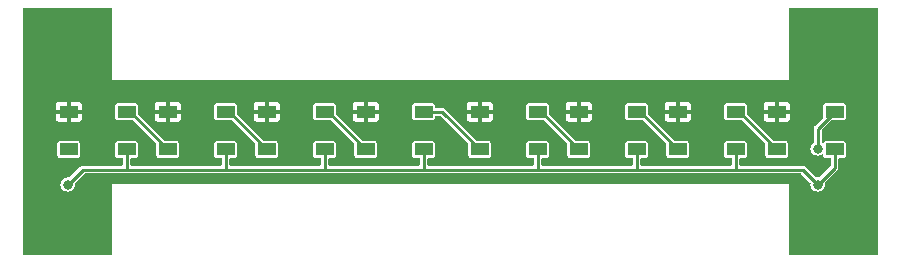
<source format=gbr>
%TF.GenerationSoftware,KiCad,Pcbnew,(6.0.7-1)-1*%
%TF.CreationDate,2022-08-05T13:03:48-05:00*%
%TF.ProjectId,Adafruit NeoPixel 8 Stick,41646166-7275-4697-9420-4e656f506978,rev?*%
%TF.SameCoordinates,Original*%
%TF.FileFunction,Copper,L1,Top*%
%TF.FilePolarity,Positive*%
%FSLAX46Y46*%
G04 Gerber Fmt 4.6, Leading zero omitted, Abs format (unit mm)*
G04 Created by KiCad (PCBNEW (6.0.7-1)-1) date 2022-08-05 13:03:48*
%MOMM*%
%LPD*%
G01*
G04 APERTURE LIST*
%TA.AperFunction,SMDPad,CuDef*%
%ADD10R,1.500000X1.000000*%
%TD*%
%TA.AperFunction,ViaPad*%
%ADD11C,0.800000*%
%TD*%
%TA.AperFunction,Conductor*%
%ADD12C,0.250000*%
%TD*%
G04 APERTURE END LIST*
D10*
%TO.P,D5,1,VDD*%
%TO.N,+5V*%
X166026000Y-109550000D03*
%TO.P,D5,2,DOUT*%
%TO.N,Net-(D5-Pad2)*%
X166026000Y-106350000D03*
%TO.P,D5,3,VSS*%
%TO.N,GND*%
X161126000Y-106350000D03*
%TO.P,D5,4,DIN*%
%TO.N,Net-(D4-Pad2)*%
X161126000Y-109550000D03*
%TD*%
%TO.P,D8,1,VDD*%
%TO.N,+5V*%
X191172000Y-109550000D03*
%TO.P,D8,2,DOUT*%
%TO.N,Net-(D8-Pad2)*%
X191172000Y-106350000D03*
%TO.P,D8,3,VSS*%
%TO.N,GND*%
X186272000Y-106350000D03*
%TO.P,D8,4,DIN*%
%TO.N,Net-(D7-Pad2)*%
X186272000Y-109550000D03*
%TD*%
%TO.P,D6,1,VDD*%
%TO.N,+5V*%
X174408000Y-109550000D03*
%TO.P,D6,2,DOUT*%
%TO.N,Net-(D6-Pad2)*%
X174408000Y-106350000D03*
%TO.P,D6,3,VSS*%
%TO.N,GND*%
X169508000Y-106350000D03*
%TO.P,D6,4,DIN*%
%TO.N,Net-(D5-Pad2)*%
X169508000Y-109550000D03*
%TD*%
%TO.P,D1,1,VDD*%
%TO.N,+5V*%
X131228000Y-109550000D03*
%TO.P,D1,2,DOUT*%
%TO.N,Net-(D1-Pad2)*%
X131228000Y-106350000D03*
%TO.P,D1,3,VSS*%
%TO.N,GND*%
X126328000Y-106350000D03*
%TO.P,D1,4,DIN*%
%TO.N,/LED DATA*%
X126328000Y-109550000D03*
%TD*%
%TO.P,D7,1,VDD*%
%TO.N,+5V*%
X182790000Y-109550000D03*
%TO.P,D7,2,DOUT*%
%TO.N,Net-(D7-Pad2)*%
X182790000Y-106350000D03*
%TO.P,D7,3,VSS*%
%TO.N,GND*%
X177890000Y-106350000D03*
%TO.P,D7,4,DIN*%
%TO.N,Net-(D6-Pad2)*%
X177890000Y-109550000D03*
%TD*%
%TO.P,D2,1,VDD*%
%TO.N,+5V*%
X139610000Y-109550000D03*
%TO.P,D2,2,DOUT*%
%TO.N,Net-(D2-Pad2)*%
X139610000Y-106350000D03*
%TO.P,D2,3,VSS*%
%TO.N,GND*%
X134710000Y-106350000D03*
%TO.P,D2,4,DIN*%
%TO.N,Net-(D1-Pad2)*%
X134710000Y-109550000D03*
%TD*%
%TO.P,D4,1,VDD*%
%TO.N,+5V*%
X156374000Y-109550000D03*
%TO.P,D4,2,DOUT*%
%TO.N,Net-(D4-Pad2)*%
X156374000Y-106350000D03*
%TO.P,D4,3,VSS*%
%TO.N,GND*%
X151474000Y-106350000D03*
%TO.P,D4,4,DIN*%
%TO.N,Net-(D3-Pad2)*%
X151474000Y-109550000D03*
%TD*%
%TO.P,D3,1,VDD*%
%TO.N,+5V*%
X147992000Y-109550000D03*
%TO.P,D3,2,DOUT*%
%TO.N,Net-(D3-Pad2)*%
X147992000Y-106350000D03*
%TO.P,D3,3,VSS*%
%TO.N,GND*%
X143092000Y-106350000D03*
%TO.P,D3,4,DIN*%
%TO.N,Net-(D2-Pad2)*%
X143092000Y-109550000D03*
%TD*%
D11*
%TO.N,+5V*%
X126238000Y-112522000D03*
X189738000Y-112522000D03*
%TO.N,GND*%
X126238000Y-106426000D03*
%TO.N,/LED DATA*%
X126238000Y-109474000D03*
%TO.N,Net-(D8-Pad2)*%
X189738000Y-109474000D03*
%TD*%
D12*
%TO.N,+5V*%
X166026000Y-109550000D02*
X166026000Y-111162000D01*
X139610000Y-111162000D02*
X139700000Y-111252000D01*
X127508000Y-111252000D02*
X131318000Y-111252000D01*
X189738000Y-112522000D02*
X191172000Y-111088000D01*
X182790000Y-109550000D02*
X182790000Y-111162000D01*
X148082000Y-111252000D02*
X156464000Y-111252000D01*
X166116000Y-111252000D02*
X174498000Y-111252000D01*
X156374000Y-109550000D02*
X156374000Y-111162000D01*
X139700000Y-111252000D02*
X148082000Y-111252000D01*
X126238000Y-112522000D02*
X127508000Y-111252000D01*
X147992000Y-109550000D02*
X147992000Y-111162000D01*
X131318000Y-111252000D02*
X139700000Y-111252000D01*
X191172000Y-111088000D02*
X191172000Y-109550000D01*
X156374000Y-111162000D02*
X156464000Y-111252000D01*
X139610000Y-109550000D02*
X139610000Y-111162000D01*
X182880000Y-111252000D02*
X188468000Y-111252000D01*
X188468000Y-111252000D02*
X189738000Y-112522000D01*
X147992000Y-111162000D02*
X148082000Y-111252000D01*
X174498000Y-111252000D02*
X182880000Y-111252000D01*
X156464000Y-111252000D02*
X166116000Y-111252000D01*
X166026000Y-111162000D02*
X166116000Y-111252000D01*
X131228000Y-109550000D02*
X131228000Y-111162000D01*
X174408000Y-111162000D02*
X174498000Y-111252000D01*
X131228000Y-111162000D02*
X131318000Y-111252000D01*
X174408000Y-109550000D02*
X174408000Y-111162000D01*
X182790000Y-111162000D02*
X182880000Y-111252000D01*
%TO.N,GND*%
X178726000Y-106350000D02*
X177622000Y-106350000D01*
%TO.N,Net-(D1-Pad2)*%
X131228000Y-106350000D02*
X131510000Y-106350000D01*
X131510000Y-106350000D02*
X134710000Y-109550000D01*
%TO.N,Net-(D2-Pad2)*%
X139610000Y-106350000D02*
X139892000Y-106350000D01*
X139892000Y-106350000D02*
X143092000Y-109550000D01*
%TO.N,Net-(D3-Pad2)*%
X148274000Y-106350000D02*
X151474000Y-109550000D01*
X147992000Y-106350000D02*
X148274000Y-106350000D01*
%TO.N,Net-(D4-Pad2)*%
X156374000Y-106350000D02*
X157926000Y-106350000D01*
X157926000Y-106350000D02*
X161126000Y-109550000D01*
%TO.N,Net-(D5-Pad2)*%
X166308000Y-106350000D02*
X169508000Y-109550000D01*
X166026000Y-106350000D02*
X166308000Y-106350000D01*
%TO.N,Net-(D6-Pad2)*%
X174408000Y-106350000D02*
X174690000Y-106350000D01*
X174690000Y-106350000D02*
X177890000Y-109550000D01*
%TO.N,Net-(D7-Pad2)*%
X182790000Y-106350000D02*
X183072000Y-106350000D01*
X183072000Y-106350000D02*
X186272000Y-109550000D01*
%TO.N,Net-(D8-Pad2)*%
X189738000Y-109474000D02*
X189738000Y-107784000D01*
X189738000Y-107784000D02*
X191172000Y-106350000D01*
%TD*%
%TA.AperFunction,Conductor*%
%TO.N,GND*%
G36*
X129995638Y-97579093D02*
G01*
X130021358Y-97623642D01*
X130022500Y-97636700D01*
X130022500Y-103626928D01*
X130020399Y-103632000D01*
X130022500Y-103637072D01*
X130028483Y-103651517D01*
X130048000Y-103659601D01*
X130053072Y-103657500D01*
X187282928Y-103657500D01*
X187288000Y-103659601D01*
X187293072Y-103657500D01*
X187307517Y-103651517D01*
X187315601Y-103632000D01*
X187313500Y-103626928D01*
X187313500Y-97636700D01*
X187331093Y-97588362D01*
X187375642Y-97562642D01*
X187388700Y-97561500D01*
X194807300Y-97561500D01*
X194855638Y-97579093D01*
X194881358Y-97623642D01*
X194882500Y-97636700D01*
X194882500Y-118435300D01*
X194864907Y-118483638D01*
X194820358Y-118509358D01*
X194807300Y-118510500D01*
X187388700Y-118510500D01*
X187340362Y-118492907D01*
X187314642Y-118448358D01*
X187313500Y-118435300D01*
X187313500Y-112527072D01*
X187315601Y-112522000D01*
X187307517Y-112502483D01*
X187293072Y-112496500D01*
X187288000Y-112494399D01*
X187282928Y-112496500D01*
X130053072Y-112496500D01*
X130048000Y-112494399D01*
X130042928Y-112496500D01*
X130028483Y-112502483D01*
X130020399Y-112522000D01*
X130022500Y-112527072D01*
X130022500Y-118435300D01*
X130004907Y-118483638D01*
X129960358Y-118509358D01*
X129947300Y-118510500D01*
X122528700Y-118510500D01*
X122480362Y-118492907D01*
X122454642Y-118448358D01*
X122453500Y-118435300D01*
X122453500Y-112522000D01*
X125629091Y-112522000D01*
X125649839Y-112679597D01*
X125710669Y-112826454D01*
X125807436Y-112952564D01*
X125933545Y-113049331D01*
X126006974Y-113079746D01*
X126075854Y-113108277D01*
X126075856Y-113108277D01*
X126080403Y-113110161D01*
X126085281Y-113110803D01*
X126085284Y-113110804D01*
X126233116Y-113130266D01*
X126238000Y-113130909D01*
X126242884Y-113130266D01*
X126390716Y-113110804D01*
X126390719Y-113110803D01*
X126395597Y-113110161D01*
X126400144Y-113108277D01*
X126400146Y-113108277D01*
X126469026Y-113079746D01*
X126542455Y-113049331D01*
X126668564Y-112952564D01*
X126765331Y-112826454D01*
X126826161Y-112679597D01*
X126846909Y-112522000D01*
X126834990Y-112431468D01*
X126846124Y-112381248D01*
X126856373Y-112368479D01*
X127622126Y-111602726D01*
X127668746Y-111580986D01*
X127675300Y-111580700D01*
X131264826Y-111580700D01*
X131277188Y-111582328D01*
X131282552Y-111582797D01*
X131288910Y-111584501D01*
X131329086Y-111580986D01*
X131335640Y-111580700D01*
X139646826Y-111580700D01*
X139659188Y-111582328D01*
X139664552Y-111582797D01*
X139670910Y-111584501D01*
X139711086Y-111580986D01*
X139717640Y-111580700D01*
X148028826Y-111580700D01*
X148041188Y-111582328D01*
X148046552Y-111582797D01*
X148052910Y-111584501D01*
X148093086Y-111580986D01*
X148099640Y-111580700D01*
X156410826Y-111580700D01*
X156423188Y-111582328D01*
X156428552Y-111582797D01*
X156434910Y-111584501D01*
X156475086Y-111580986D01*
X156481640Y-111580700D01*
X166062826Y-111580700D01*
X166075188Y-111582328D01*
X166080552Y-111582797D01*
X166086910Y-111584501D01*
X166127086Y-111580986D01*
X166133640Y-111580700D01*
X174444826Y-111580700D01*
X174457188Y-111582328D01*
X174462552Y-111582797D01*
X174468910Y-111584501D01*
X174509086Y-111580986D01*
X174515640Y-111580700D01*
X182826826Y-111580700D01*
X182839188Y-111582328D01*
X182844552Y-111582797D01*
X182850910Y-111584501D01*
X182891086Y-111580986D01*
X182897640Y-111580700D01*
X188300700Y-111580700D01*
X188349038Y-111598293D01*
X188353874Y-111602726D01*
X189119627Y-112368479D01*
X189141367Y-112415099D01*
X189141010Y-112431465D01*
X189129091Y-112522000D01*
X189149839Y-112679597D01*
X189210669Y-112826454D01*
X189307436Y-112952564D01*
X189433545Y-113049331D01*
X189506974Y-113079746D01*
X189575854Y-113108277D01*
X189575856Y-113108277D01*
X189580403Y-113110161D01*
X189585281Y-113110803D01*
X189585284Y-113110804D01*
X189733116Y-113130266D01*
X189738000Y-113130909D01*
X189742884Y-113130266D01*
X189890716Y-113110804D01*
X189890719Y-113110803D01*
X189895597Y-113110161D01*
X189900144Y-113108277D01*
X189900146Y-113108277D01*
X189969026Y-113079746D01*
X190042455Y-113049331D01*
X190168564Y-112952564D01*
X190265331Y-112826454D01*
X190326161Y-112679597D01*
X190346909Y-112522000D01*
X190334990Y-112431468D01*
X190346124Y-112381248D01*
X190356373Y-112368479D01*
X191391947Y-111332905D01*
X191396784Y-111328472D01*
X191422642Y-111306774D01*
X191427683Y-111302544D01*
X191447846Y-111267621D01*
X191451368Y-111262093D01*
X191470726Y-111234446D01*
X191474499Y-111229058D01*
X191476202Y-111222703D01*
X191478464Y-111217852D01*
X191480517Y-111212896D01*
X191482352Y-111207855D01*
X191485642Y-111202156D01*
X191492644Y-111162446D01*
X191494064Y-111156041D01*
X191502798Y-111123444D01*
X191504501Y-111117090D01*
X191500986Y-111076914D01*
X191500700Y-111070360D01*
X191500700Y-110328900D01*
X191518293Y-110280562D01*
X191562842Y-110254842D01*
X191575900Y-110253700D01*
X191942064Y-110253700D01*
X192001480Y-110241881D01*
X192068860Y-110196860D01*
X192113881Y-110129480D01*
X192125700Y-110070064D01*
X192125700Y-109029936D01*
X192113881Y-108970520D01*
X192068860Y-108903140D01*
X192001480Y-108858119D01*
X191942064Y-108846300D01*
X190401936Y-108846300D01*
X190342520Y-108858119D01*
X190275140Y-108903140D01*
X190230119Y-108970520D01*
X190229471Y-108973777D01*
X190196296Y-109009984D01*
X190145297Y-109016700D01*
X190115792Y-109002943D01*
X190096121Y-108987849D01*
X190068483Y-108944466D01*
X190066700Y-108928189D01*
X190066700Y-107951300D01*
X190084293Y-107902962D01*
X190088726Y-107898126D01*
X190911126Y-107075726D01*
X190957746Y-107053986D01*
X190964300Y-107053700D01*
X191942064Y-107053700D01*
X192001480Y-107041881D01*
X192068860Y-106996860D01*
X192113881Y-106929480D01*
X192123545Y-106880899D01*
X192124979Y-106873689D01*
X192124979Y-106873688D01*
X192125700Y-106870064D01*
X192125700Y-105829936D01*
X192123549Y-105819120D01*
X192115326Y-105777786D01*
X192113881Y-105770520D01*
X192068860Y-105703140D01*
X192001480Y-105658119D01*
X191942064Y-105646300D01*
X190401936Y-105646300D01*
X190342520Y-105658119D01*
X190275140Y-105703140D01*
X190230119Y-105770520D01*
X190228674Y-105777786D01*
X190220452Y-105819120D01*
X190218300Y-105829936D01*
X190218300Y-106807700D01*
X190200707Y-106856038D01*
X190196274Y-106860874D01*
X189518053Y-107539095D01*
X189513216Y-107543528D01*
X189487358Y-107565226D01*
X189482317Y-107569456D01*
X189462156Y-107604376D01*
X189458632Y-107609907D01*
X189435501Y-107642942D01*
X189433798Y-107649297D01*
X189431536Y-107654148D01*
X189429483Y-107659104D01*
X189427648Y-107664145D01*
X189424358Y-107669844D01*
X189423216Y-107676322D01*
X189417356Y-107709554D01*
X189415936Y-107715959D01*
X189405499Y-107754910D01*
X189406072Y-107761462D01*
X189406072Y-107761464D01*
X189409014Y-107795086D01*
X189409300Y-107801640D01*
X189409300Y-108928189D01*
X189391707Y-108976527D01*
X189379881Y-108987847D01*
X189307436Y-109043436D01*
X189210669Y-109169546D01*
X189149839Y-109316403D01*
X189129091Y-109474000D01*
X189149839Y-109631597D01*
X189210669Y-109778454D01*
X189307436Y-109904564D01*
X189433545Y-110001331D01*
X189475939Y-110018891D01*
X189575854Y-110060277D01*
X189575856Y-110060277D01*
X189580403Y-110062161D01*
X189585281Y-110062803D01*
X189585284Y-110062804D01*
X189733116Y-110082266D01*
X189738000Y-110082909D01*
X189742884Y-110082266D01*
X189890716Y-110062804D01*
X189890719Y-110062803D01*
X189895597Y-110062161D01*
X189900144Y-110060277D01*
X189900146Y-110060277D01*
X190000061Y-110018891D01*
X190042455Y-110001331D01*
X190097320Y-109959231D01*
X190146380Y-109943763D01*
X190193904Y-109963448D01*
X190217657Y-110009076D01*
X190218300Y-110018891D01*
X190218300Y-110070064D01*
X190230119Y-110129480D01*
X190275140Y-110196860D01*
X190342520Y-110241881D01*
X190401936Y-110253700D01*
X190768100Y-110253700D01*
X190816438Y-110271293D01*
X190842158Y-110315842D01*
X190843300Y-110328900D01*
X190843300Y-110920700D01*
X190825707Y-110969038D01*
X190821274Y-110973874D01*
X189891521Y-111903627D01*
X189844901Y-111925367D01*
X189828535Y-111925010D01*
X189738000Y-111913091D01*
X189647468Y-111925010D01*
X189597248Y-111913876D01*
X189584479Y-111903627D01*
X188712905Y-111032053D01*
X188708472Y-111027216D01*
X188686774Y-111001358D01*
X188682544Y-110996317D01*
X188647621Y-110976154D01*
X188642093Y-110972632D01*
X188614446Y-110953274D01*
X188609058Y-110949501D01*
X188602703Y-110947798D01*
X188597852Y-110945536D01*
X188592896Y-110943483D01*
X188587855Y-110941648D01*
X188582156Y-110938358D01*
X188542447Y-110931356D01*
X188536041Y-110929936D01*
X188532488Y-110928984D01*
X188497090Y-110919499D01*
X188490538Y-110920072D01*
X188490536Y-110920072D01*
X188456914Y-110923014D01*
X188450360Y-110923300D01*
X183193900Y-110923300D01*
X183145562Y-110905707D01*
X183119842Y-110861158D01*
X183118700Y-110848100D01*
X183118700Y-110328900D01*
X183136293Y-110280562D01*
X183180842Y-110254842D01*
X183193900Y-110253700D01*
X183560064Y-110253700D01*
X183619480Y-110241881D01*
X183686860Y-110196860D01*
X183731881Y-110129480D01*
X183743700Y-110070064D01*
X183743700Y-109029936D01*
X183731881Y-108970520D01*
X183686860Y-108903140D01*
X183619480Y-108858119D01*
X183560064Y-108846300D01*
X182019936Y-108846300D01*
X181960520Y-108858119D01*
X181893140Y-108903140D01*
X181848119Y-108970520D01*
X181836300Y-109029936D01*
X181836300Y-110070064D01*
X181848119Y-110129480D01*
X181893140Y-110196860D01*
X181960520Y-110241881D01*
X182019936Y-110253700D01*
X182386100Y-110253700D01*
X182434438Y-110271293D01*
X182460158Y-110315842D01*
X182461300Y-110328900D01*
X182461300Y-110848100D01*
X182443707Y-110896438D01*
X182399158Y-110922158D01*
X182386100Y-110923300D01*
X174811900Y-110923300D01*
X174763562Y-110905707D01*
X174737842Y-110861158D01*
X174736700Y-110848100D01*
X174736700Y-110328900D01*
X174754293Y-110280562D01*
X174798842Y-110254842D01*
X174811900Y-110253700D01*
X175178064Y-110253700D01*
X175237480Y-110241881D01*
X175304860Y-110196860D01*
X175349881Y-110129480D01*
X175361700Y-110070064D01*
X175361700Y-109029936D01*
X175349881Y-108970520D01*
X175304860Y-108903140D01*
X175237480Y-108858119D01*
X175178064Y-108846300D01*
X173637936Y-108846300D01*
X173578520Y-108858119D01*
X173511140Y-108903140D01*
X173466119Y-108970520D01*
X173454300Y-109029936D01*
X173454300Y-110070064D01*
X173466119Y-110129480D01*
X173511140Y-110196860D01*
X173578520Y-110241881D01*
X173637936Y-110253700D01*
X174004100Y-110253700D01*
X174052438Y-110271293D01*
X174078158Y-110315842D01*
X174079300Y-110328900D01*
X174079300Y-110848100D01*
X174061707Y-110896438D01*
X174017158Y-110922158D01*
X174004100Y-110923300D01*
X166429900Y-110923300D01*
X166381562Y-110905707D01*
X166355842Y-110861158D01*
X166354700Y-110848100D01*
X166354700Y-110328900D01*
X166372293Y-110280562D01*
X166416842Y-110254842D01*
X166429900Y-110253700D01*
X166796064Y-110253700D01*
X166855480Y-110241881D01*
X166922860Y-110196860D01*
X166967881Y-110129480D01*
X166979700Y-110070064D01*
X166979700Y-109029936D01*
X166967881Y-108970520D01*
X166922860Y-108903140D01*
X166855480Y-108858119D01*
X166796064Y-108846300D01*
X165255936Y-108846300D01*
X165196520Y-108858119D01*
X165129140Y-108903140D01*
X165084119Y-108970520D01*
X165072300Y-109029936D01*
X165072300Y-110070064D01*
X165084119Y-110129480D01*
X165129140Y-110196860D01*
X165196520Y-110241881D01*
X165255936Y-110253700D01*
X165622100Y-110253700D01*
X165670438Y-110271293D01*
X165696158Y-110315842D01*
X165697300Y-110328900D01*
X165697300Y-110848100D01*
X165679707Y-110896438D01*
X165635158Y-110922158D01*
X165622100Y-110923300D01*
X156777900Y-110923300D01*
X156729562Y-110905707D01*
X156703842Y-110861158D01*
X156702700Y-110848100D01*
X156702700Y-110328900D01*
X156720293Y-110280562D01*
X156764842Y-110254842D01*
X156777900Y-110253700D01*
X157144064Y-110253700D01*
X157203480Y-110241881D01*
X157270860Y-110196860D01*
X157315881Y-110129480D01*
X157327700Y-110070064D01*
X157327700Y-109029936D01*
X157315881Y-108970520D01*
X157270860Y-108903140D01*
X157203480Y-108858119D01*
X157144064Y-108846300D01*
X155603936Y-108846300D01*
X155544520Y-108858119D01*
X155477140Y-108903140D01*
X155432119Y-108970520D01*
X155420300Y-109029936D01*
X155420300Y-110070064D01*
X155432119Y-110129480D01*
X155477140Y-110196860D01*
X155544520Y-110241881D01*
X155603936Y-110253700D01*
X155970100Y-110253700D01*
X156018438Y-110271293D01*
X156044158Y-110315842D01*
X156045300Y-110328900D01*
X156045300Y-110848100D01*
X156027707Y-110896438D01*
X155983158Y-110922158D01*
X155970100Y-110923300D01*
X148395900Y-110923300D01*
X148347562Y-110905707D01*
X148321842Y-110861158D01*
X148320700Y-110848100D01*
X148320700Y-110328900D01*
X148338293Y-110280562D01*
X148382842Y-110254842D01*
X148395900Y-110253700D01*
X148762064Y-110253700D01*
X148821480Y-110241881D01*
X148888860Y-110196860D01*
X148933881Y-110129480D01*
X148945700Y-110070064D01*
X148945700Y-109029936D01*
X148933881Y-108970520D01*
X148888860Y-108903140D01*
X148821480Y-108858119D01*
X148762064Y-108846300D01*
X147221936Y-108846300D01*
X147162520Y-108858119D01*
X147095140Y-108903140D01*
X147050119Y-108970520D01*
X147038300Y-109029936D01*
X147038300Y-110070064D01*
X147050119Y-110129480D01*
X147095140Y-110196860D01*
X147162520Y-110241881D01*
X147221936Y-110253700D01*
X147588100Y-110253700D01*
X147636438Y-110271293D01*
X147662158Y-110315842D01*
X147663300Y-110328900D01*
X147663300Y-110848100D01*
X147645707Y-110896438D01*
X147601158Y-110922158D01*
X147588100Y-110923300D01*
X140013900Y-110923300D01*
X139965562Y-110905707D01*
X139939842Y-110861158D01*
X139938700Y-110848100D01*
X139938700Y-110328900D01*
X139956293Y-110280562D01*
X140000842Y-110254842D01*
X140013900Y-110253700D01*
X140380064Y-110253700D01*
X140439480Y-110241881D01*
X140506860Y-110196860D01*
X140551881Y-110129480D01*
X140563700Y-110070064D01*
X140563700Y-109029936D01*
X140551881Y-108970520D01*
X140506860Y-108903140D01*
X140439480Y-108858119D01*
X140380064Y-108846300D01*
X138839936Y-108846300D01*
X138780520Y-108858119D01*
X138713140Y-108903140D01*
X138668119Y-108970520D01*
X138656300Y-109029936D01*
X138656300Y-110070064D01*
X138668119Y-110129480D01*
X138713140Y-110196860D01*
X138780520Y-110241881D01*
X138839936Y-110253700D01*
X139206100Y-110253700D01*
X139254438Y-110271293D01*
X139280158Y-110315842D01*
X139281300Y-110328900D01*
X139281300Y-110848100D01*
X139263707Y-110896438D01*
X139219158Y-110922158D01*
X139206100Y-110923300D01*
X131631900Y-110923300D01*
X131583562Y-110905707D01*
X131557842Y-110861158D01*
X131556700Y-110848100D01*
X131556700Y-110328900D01*
X131574293Y-110280562D01*
X131618842Y-110254842D01*
X131631900Y-110253700D01*
X131998064Y-110253700D01*
X132057480Y-110241881D01*
X132124860Y-110196860D01*
X132169881Y-110129480D01*
X132181700Y-110070064D01*
X132181700Y-109029936D01*
X132169881Y-108970520D01*
X132124860Y-108903140D01*
X132057480Y-108858119D01*
X131998064Y-108846300D01*
X130457936Y-108846300D01*
X130398520Y-108858119D01*
X130331140Y-108903140D01*
X130286119Y-108970520D01*
X130274300Y-109029936D01*
X130274300Y-110070064D01*
X130286119Y-110129480D01*
X130331140Y-110196860D01*
X130398520Y-110241881D01*
X130457936Y-110253700D01*
X130824100Y-110253700D01*
X130872438Y-110271293D01*
X130898158Y-110315842D01*
X130899300Y-110328900D01*
X130899300Y-110848100D01*
X130881707Y-110896438D01*
X130837158Y-110922158D01*
X130824100Y-110923300D01*
X127525637Y-110923300D01*
X127519082Y-110923014D01*
X127485463Y-110920072D01*
X127485461Y-110920072D01*
X127478910Y-110919499D01*
X127472559Y-110921201D01*
X127472556Y-110921201D01*
X127439959Y-110929936D01*
X127433553Y-110931356D01*
X127393844Y-110938358D01*
X127388145Y-110941648D01*
X127383104Y-110943483D01*
X127378148Y-110945536D01*
X127373297Y-110947798D01*
X127366942Y-110949501D01*
X127361554Y-110953274D01*
X127333907Y-110972632D01*
X127328379Y-110976154D01*
X127293456Y-110996317D01*
X127289226Y-111001358D01*
X127289224Y-111001360D01*
X127267531Y-111027213D01*
X127263099Y-111032049D01*
X126391521Y-111903627D01*
X126344901Y-111925367D01*
X126328535Y-111925010D01*
X126238000Y-111913091D01*
X126233116Y-111913734D01*
X126085284Y-111933196D01*
X126085281Y-111933197D01*
X126080403Y-111933839D01*
X126075856Y-111935723D01*
X126075854Y-111935723D01*
X126006974Y-111964254D01*
X125933546Y-111994669D01*
X125807436Y-112091436D01*
X125710669Y-112217546D01*
X125649839Y-112364403D01*
X125649197Y-112369281D01*
X125649196Y-112369284D01*
X125632725Y-112494399D01*
X125629091Y-112522000D01*
X122453500Y-112522000D01*
X122453500Y-110070064D01*
X125374300Y-110070064D01*
X125386119Y-110129480D01*
X125431140Y-110196860D01*
X125498520Y-110241881D01*
X125557936Y-110253700D01*
X127098064Y-110253700D01*
X127157480Y-110241881D01*
X127224860Y-110196860D01*
X127269881Y-110129480D01*
X127281700Y-110070064D01*
X127281700Y-109029936D01*
X127269881Y-108970520D01*
X127224860Y-108903140D01*
X127157480Y-108858119D01*
X127098064Y-108846300D01*
X125557936Y-108846300D01*
X125498520Y-108858119D01*
X125431140Y-108903140D01*
X125386119Y-108970520D01*
X125374300Y-109029936D01*
X125374300Y-110070064D01*
X122453500Y-110070064D01*
X122453500Y-106880880D01*
X125223201Y-106880880D01*
X125223602Y-106886349D01*
X125232615Y-106947584D01*
X125236041Y-106958609D01*
X125282785Y-107053817D01*
X125289919Y-107063782D01*
X125364720Y-107138451D01*
X125374702Y-107145572D01*
X125469995Y-107192152D01*
X125481009Y-107195556D01*
X125541668Y-107204406D01*
X125547101Y-107204800D01*
X126137341Y-107204800D01*
X126147498Y-107201103D01*
X126150600Y-107195731D01*
X126150600Y-107191540D01*
X126505400Y-107191540D01*
X126509097Y-107201697D01*
X126514469Y-107204799D01*
X127108880Y-107204799D01*
X127114349Y-107204398D01*
X127175584Y-107195385D01*
X127186609Y-107191959D01*
X127281817Y-107145215D01*
X127291782Y-107138081D01*
X127366451Y-107063280D01*
X127373572Y-107053298D01*
X127420152Y-106958005D01*
X127423556Y-106946991D01*
X127432406Y-106886332D01*
X127432800Y-106880899D01*
X127432800Y-106870064D01*
X130274300Y-106870064D01*
X130275021Y-106873688D01*
X130275021Y-106873689D01*
X130276455Y-106880899D01*
X130286119Y-106929480D01*
X130331140Y-106996860D01*
X130398520Y-107041881D01*
X130457936Y-107053700D01*
X131717700Y-107053700D01*
X131766038Y-107071293D01*
X131770874Y-107075726D01*
X133734274Y-109039126D01*
X133756014Y-109085746D01*
X133756300Y-109092300D01*
X133756300Y-110070064D01*
X133768119Y-110129480D01*
X133813140Y-110196860D01*
X133880520Y-110241881D01*
X133939936Y-110253700D01*
X135480064Y-110253700D01*
X135539480Y-110241881D01*
X135606860Y-110196860D01*
X135651881Y-110129480D01*
X135663700Y-110070064D01*
X135663700Y-109029936D01*
X135651881Y-108970520D01*
X135606860Y-108903140D01*
X135539480Y-108858119D01*
X135480064Y-108846300D01*
X134502300Y-108846300D01*
X134453962Y-108828707D01*
X134449126Y-108824274D01*
X132505732Y-106880880D01*
X133605201Y-106880880D01*
X133605602Y-106886349D01*
X133614615Y-106947584D01*
X133618041Y-106958609D01*
X133664785Y-107053817D01*
X133671919Y-107063782D01*
X133746720Y-107138451D01*
X133756702Y-107145572D01*
X133851995Y-107192152D01*
X133863009Y-107195556D01*
X133923668Y-107204406D01*
X133929101Y-107204800D01*
X134519341Y-107204800D01*
X134529498Y-107201103D01*
X134532600Y-107195731D01*
X134532600Y-107191540D01*
X134887400Y-107191540D01*
X134891097Y-107201697D01*
X134896469Y-107204799D01*
X135490880Y-107204799D01*
X135496349Y-107204398D01*
X135557584Y-107195385D01*
X135568609Y-107191959D01*
X135663817Y-107145215D01*
X135673782Y-107138081D01*
X135748451Y-107063280D01*
X135755572Y-107053298D01*
X135802152Y-106958005D01*
X135805556Y-106946991D01*
X135814406Y-106886332D01*
X135814800Y-106880899D01*
X135814800Y-106870064D01*
X138656300Y-106870064D01*
X138657021Y-106873688D01*
X138657021Y-106873689D01*
X138658455Y-106880899D01*
X138668119Y-106929480D01*
X138713140Y-106996860D01*
X138780520Y-107041881D01*
X138839936Y-107053700D01*
X140099700Y-107053700D01*
X140148038Y-107071293D01*
X140152874Y-107075726D01*
X142116274Y-109039126D01*
X142138014Y-109085746D01*
X142138300Y-109092300D01*
X142138300Y-110070064D01*
X142150119Y-110129480D01*
X142195140Y-110196860D01*
X142262520Y-110241881D01*
X142321936Y-110253700D01*
X143862064Y-110253700D01*
X143921480Y-110241881D01*
X143988860Y-110196860D01*
X144033881Y-110129480D01*
X144045700Y-110070064D01*
X144045700Y-109029936D01*
X144033881Y-108970520D01*
X143988860Y-108903140D01*
X143921480Y-108858119D01*
X143862064Y-108846300D01*
X142884300Y-108846300D01*
X142835962Y-108828707D01*
X142831126Y-108824274D01*
X140887732Y-106880880D01*
X141987201Y-106880880D01*
X141987602Y-106886349D01*
X141996615Y-106947584D01*
X142000041Y-106958609D01*
X142046785Y-107053817D01*
X142053919Y-107063782D01*
X142128720Y-107138451D01*
X142138702Y-107145572D01*
X142233995Y-107192152D01*
X142245009Y-107195556D01*
X142305668Y-107204406D01*
X142311101Y-107204800D01*
X142901341Y-107204800D01*
X142911498Y-107201103D01*
X142914600Y-107195731D01*
X142914600Y-107191540D01*
X143269400Y-107191540D01*
X143273097Y-107201697D01*
X143278469Y-107204799D01*
X143872880Y-107204799D01*
X143878349Y-107204398D01*
X143939584Y-107195385D01*
X143950609Y-107191959D01*
X144045817Y-107145215D01*
X144055782Y-107138081D01*
X144130451Y-107063280D01*
X144137572Y-107053298D01*
X144184152Y-106958005D01*
X144187556Y-106946991D01*
X144196406Y-106886332D01*
X144196800Y-106880899D01*
X144196800Y-106870064D01*
X147038300Y-106870064D01*
X147039021Y-106873688D01*
X147039021Y-106873689D01*
X147040455Y-106880899D01*
X147050119Y-106929480D01*
X147095140Y-106996860D01*
X147162520Y-107041881D01*
X147221936Y-107053700D01*
X148481700Y-107053700D01*
X148530038Y-107071293D01*
X148534874Y-107075726D01*
X150498274Y-109039126D01*
X150520014Y-109085746D01*
X150520300Y-109092300D01*
X150520300Y-110070064D01*
X150532119Y-110129480D01*
X150577140Y-110196860D01*
X150644520Y-110241881D01*
X150703936Y-110253700D01*
X152244064Y-110253700D01*
X152303480Y-110241881D01*
X152370860Y-110196860D01*
X152415881Y-110129480D01*
X152427700Y-110070064D01*
X152427700Y-109029936D01*
X152415881Y-108970520D01*
X152370860Y-108903140D01*
X152303480Y-108858119D01*
X152244064Y-108846300D01*
X151266300Y-108846300D01*
X151217962Y-108828707D01*
X151213126Y-108824274D01*
X149269732Y-106880880D01*
X150369201Y-106880880D01*
X150369602Y-106886349D01*
X150378615Y-106947584D01*
X150382041Y-106958609D01*
X150428785Y-107053817D01*
X150435919Y-107063782D01*
X150510720Y-107138451D01*
X150520702Y-107145572D01*
X150615995Y-107192152D01*
X150627009Y-107195556D01*
X150687668Y-107204406D01*
X150693101Y-107204800D01*
X151283341Y-107204800D01*
X151293498Y-107201103D01*
X151296600Y-107195731D01*
X151296600Y-107191540D01*
X151651400Y-107191540D01*
X151655097Y-107201697D01*
X151660469Y-107204799D01*
X152254880Y-107204799D01*
X152260349Y-107204398D01*
X152321584Y-107195385D01*
X152332609Y-107191959D01*
X152427817Y-107145215D01*
X152437782Y-107138081D01*
X152512451Y-107063280D01*
X152519572Y-107053298D01*
X152566152Y-106958005D01*
X152569556Y-106946991D01*
X152578406Y-106886332D01*
X152578800Y-106880899D01*
X152578800Y-106870064D01*
X155420300Y-106870064D01*
X155421021Y-106873688D01*
X155421021Y-106873689D01*
X155422455Y-106880899D01*
X155432119Y-106929480D01*
X155477140Y-106996860D01*
X155544520Y-107041881D01*
X155603936Y-107053700D01*
X157144064Y-107053700D01*
X157203480Y-107041881D01*
X157270860Y-106996860D01*
X157315881Y-106929480D01*
X157325545Y-106880899D01*
X157326979Y-106873689D01*
X157326979Y-106873688D01*
X157327700Y-106870064D01*
X157327700Y-106753900D01*
X157345293Y-106705562D01*
X157389842Y-106679842D01*
X157402900Y-106678700D01*
X157758700Y-106678700D01*
X157807038Y-106696293D01*
X157811874Y-106700726D01*
X160150274Y-109039126D01*
X160172014Y-109085746D01*
X160172300Y-109092300D01*
X160172300Y-110070064D01*
X160184119Y-110129480D01*
X160229140Y-110196860D01*
X160296520Y-110241881D01*
X160355936Y-110253700D01*
X161896064Y-110253700D01*
X161955480Y-110241881D01*
X162022860Y-110196860D01*
X162067881Y-110129480D01*
X162079700Y-110070064D01*
X162079700Y-109029936D01*
X162067881Y-108970520D01*
X162022860Y-108903140D01*
X161955480Y-108858119D01*
X161896064Y-108846300D01*
X160918300Y-108846300D01*
X160869962Y-108828707D01*
X160865126Y-108824274D01*
X158921732Y-106880880D01*
X160021201Y-106880880D01*
X160021602Y-106886349D01*
X160030615Y-106947584D01*
X160034041Y-106958609D01*
X160080785Y-107053817D01*
X160087919Y-107063782D01*
X160162720Y-107138451D01*
X160172702Y-107145572D01*
X160267995Y-107192152D01*
X160279009Y-107195556D01*
X160339668Y-107204406D01*
X160345101Y-107204800D01*
X160935341Y-107204800D01*
X160945498Y-107201103D01*
X160948600Y-107195731D01*
X160948600Y-107191540D01*
X161303400Y-107191540D01*
X161307097Y-107201697D01*
X161312469Y-107204799D01*
X161906880Y-107204799D01*
X161912349Y-107204398D01*
X161973584Y-107195385D01*
X161984609Y-107191959D01*
X162079817Y-107145215D01*
X162089782Y-107138081D01*
X162164451Y-107063280D01*
X162171572Y-107053298D01*
X162218152Y-106958005D01*
X162221556Y-106946991D01*
X162230406Y-106886332D01*
X162230800Y-106880899D01*
X162230800Y-106870064D01*
X165072300Y-106870064D01*
X165073021Y-106873688D01*
X165073021Y-106873689D01*
X165074455Y-106880899D01*
X165084119Y-106929480D01*
X165129140Y-106996860D01*
X165196520Y-107041881D01*
X165255936Y-107053700D01*
X166515700Y-107053700D01*
X166564038Y-107071293D01*
X166568874Y-107075726D01*
X168532274Y-109039126D01*
X168554014Y-109085746D01*
X168554300Y-109092300D01*
X168554300Y-110070064D01*
X168566119Y-110129480D01*
X168611140Y-110196860D01*
X168678520Y-110241881D01*
X168737936Y-110253700D01*
X170278064Y-110253700D01*
X170337480Y-110241881D01*
X170404860Y-110196860D01*
X170449881Y-110129480D01*
X170461700Y-110070064D01*
X170461700Y-109029936D01*
X170449881Y-108970520D01*
X170404860Y-108903140D01*
X170337480Y-108858119D01*
X170278064Y-108846300D01*
X169300300Y-108846300D01*
X169251962Y-108828707D01*
X169247126Y-108824274D01*
X167303732Y-106880880D01*
X168403201Y-106880880D01*
X168403602Y-106886349D01*
X168412615Y-106947584D01*
X168416041Y-106958609D01*
X168462785Y-107053817D01*
X168469919Y-107063782D01*
X168544720Y-107138451D01*
X168554702Y-107145572D01*
X168649995Y-107192152D01*
X168661009Y-107195556D01*
X168721668Y-107204406D01*
X168727101Y-107204800D01*
X169317341Y-107204800D01*
X169327498Y-107201103D01*
X169330600Y-107195731D01*
X169330600Y-107191540D01*
X169685400Y-107191540D01*
X169689097Y-107201697D01*
X169694469Y-107204799D01*
X170288880Y-107204799D01*
X170294349Y-107204398D01*
X170355584Y-107195385D01*
X170366609Y-107191959D01*
X170461817Y-107145215D01*
X170471782Y-107138081D01*
X170546451Y-107063280D01*
X170553572Y-107053298D01*
X170600152Y-106958005D01*
X170603556Y-106946991D01*
X170612406Y-106886332D01*
X170612800Y-106880899D01*
X170612800Y-106870064D01*
X173454300Y-106870064D01*
X173455021Y-106873688D01*
X173455021Y-106873689D01*
X173456455Y-106880899D01*
X173466119Y-106929480D01*
X173511140Y-106996860D01*
X173578520Y-107041881D01*
X173637936Y-107053700D01*
X174897700Y-107053700D01*
X174946038Y-107071293D01*
X174950874Y-107075726D01*
X176914274Y-109039126D01*
X176936014Y-109085746D01*
X176936300Y-109092300D01*
X176936300Y-110070064D01*
X176948119Y-110129480D01*
X176993140Y-110196860D01*
X177060520Y-110241881D01*
X177119936Y-110253700D01*
X178660064Y-110253700D01*
X178719480Y-110241881D01*
X178786860Y-110196860D01*
X178831881Y-110129480D01*
X178843700Y-110070064D01*
X178843700Y-109029936D01*
X178831881Y-108970520D01*
X178786860Y-108903140D01*
X178719480Y-108858119D01*
X178660064Y-108846300D01*
X177682300Y-108846300D01*
X177633962Y-108828707D01*
X177629126Y-108824274D01*
X175685732Y-106880880D01*
X176785201Y-106880880D01*
X176785602Y-106886349D01*
X176794615Y-106947584D01*
X176798041Y-106958609D01*
X176844785Y-107053817D01*
X176851919Y-107063782D01*
X176926720Y-107138451D01*
X176936702Y-107145572D01*
X177031995Y-107192152D01*
X177043009Y-107195556D01*
X177103668Y-107204406D01*
X177109101Y-107204800D01*
X177699341Y-107204800D01*
X177709498Y-107201103D01*
X177712600Y-107195731D01*
X177712600Y-107191540D01*
X178067400Y-107191540D01*
X178071097Y-107201697D01*
X178076469Y-107204799D01*
X178670880Y-107204799D01*
X178676349Y-107204398D01*
X178737584Y-107195385D01*
X178748609Y-107191959D01*
X178843817Y-107145215D01*
X178853782Y-107138081D01*
X178928451Y-107063280D01*
X178935572Y-107053298D01*
X178982152Y-106958005D01*
X178985556Y-106946991D01*
X178994406Y-106886332D01*
X178994800Y-106880899D01*
X178994800Y-106870064D01*
X181836300Y-106870064D01*
X181837021Y-106873688D01*
X181837021Y-106873689D01*
X181838455Y-106880899D01*
X181848119Y-106929480D01*
X181893140Y-106996860D01*
X181960520Y-107041881D01*
X182019936Y-107053700D01*
X183279700Y-107053700D01*
X183328038Y-107071293D01*
X183332874Y-107075726D01*
X185296274Y-109039126D01*
X185318014Y-109085746D01*
X185318300Y-109092300D01*
X185318300Y-110070064D01*
X185330119Y-110129480D01*
X185375140Y-110196860D01*
X185442520Y-110241881D01*
X185501936Y-110253700D01*
X187042064Y-110253700D01*
X187101480Y-110241881D01*
X187168860Y-110196860D01*
X187213881Y-110129480D01*
X187225700Y-110070064D01*
X187225700Y-109029936D01*
X187213881Y-108970520D01*
X187168860Y-108903140D01*
X187101480Y-108858119D01*
X187042064Y-108846300D01*
X186064300Y-108846300D01*
X186015962Y-108828707D01*
X186011126Y-108824274D01*
X184067732Y-106880880D01*
X185167201Y-106880880D01*
X185167602Y-106886349D01*
X185176615Y-106947584D01*
X185180041Y-106958609D01*
X185226785Y-107053817D01*
X185233919Y-107063782D01*
X185308720Y-107138451D01*
X185318702Y-107145572D01*
X185413995Y-107192152D01*
X185425009Y-107195556D01*
X185485668Y-107204406D01*
X185491101Y-107204800D01*
X186081341Y-107204800D01*
X186091498Y-107201103D01*
X186094600Y-107195731D01*
X186094600Y-107191540D01*
X186449400Y-107191540D01*
X186453097Y-107201697D01*
X186458469Y-107204799D01*
X187052880Y-107204799D01*
X187058349Y-107204398D01*
X187119584Y-107195385D01*
X187130609Y-107191959D01*
X187225817Y-107145215D01*
X187235782Y-107138081D01*
X187310451Y-107063280D01*
X187317572Y-107053298D01*
X187364152Y-106958005D01*
X187367556Y-106946991D01*
X187376406Y-106886332D01*
X187376800Y-106880899D01*
X187376800Y-106540659D01*
X187373103Y-106530502D01*
X187367731Y-106527400D01*
X186462659Y-106527400D01*
X186452502Y-106531097D01*
X186449400Y-106536469D01*
X186449400Y-107191540D01*
X186094600Y-107191540D01*
X186094600Y-106540659D01*
X186090903Y-106530502D01*
X186085531Y-106527400D01*
X185180460Y-106527400D01*
X185170303Y-106531097D01*
X185167201Y-106536469D01*
X185167201Y-106880880D01*
X184067732Y-106880880D01*
X183765726Y-106578874D01*
X183743986Y-106532254D01*
X183743700Y-106525700D01*
X183743700Y-106159341D01*
X185167200Y-106159341D01*
X185170897Y-106169498D01*
X185176269Y-106172600D01*
X186081341Y-106172600D01*
X186091498Y-106168903D01*
X186094600Y-106163531D01*
X186094600Y-106159341D01*
X186449400Y-106159341D01*
X186453097Y-106169498D01*
X186458469Y-106172600D01*
X187363540Y-106172600D01*
X187373697Y-106168903D01*
X187376799Y-106163531D01*
X187376799Y-105819120D01*
X187376398Y-105813651D01*
X187367385Y-105752416D01*
X187363959Y-105741391D01*
X187317215Y-105646183D01*
X187310081Y-105636218D01*
X187235280Y-105561549D01*
X187225298Y-105554428D01*
X187130005Y-105507848D01*
X187118991Y-105504444D01*
X187058332Y-105495594D01*
X187052899Y-105495200D01*
X186462659Y-105495200D01*
X186452502Y-105498897D01*
X186449400Y-105504269D01*
X186449400Y-106159341D01*
X186094600Y-106159341D01*
X186094600Y-105508460D01*
X186090903Y-105498303D01*
X186085531Y-105495201D01*
X185491120Y-105495201D01*
X185485651Y-105495602D01*
X185424416Y-105504615D01*
X185413391Y-105508041D01*
X185318183Y-105554785D01*
X185308218Y-105561919D01*
X185233549Y-105636720D01*
X185226428Y-105646702D01*
X185179848Y-105741995D01*
X185176444Y-105753009D01*
X185167594Y-105813668D01*
X185167200Y-105819101D01*
X185167200Y-106159341D01*
X183743700Y-106159341D01*
X183743700Y-105829936D01*
X183741549Y-105819120D01*
X183733326Y-105777786D01*
X183731881Y-105770520D01*
X183686860Y-105703140D01*
X183619480Y-105658119D01*
X183560064Y-105646300D01*
X182019936Y-105646300D01*
X181960520Y-105658119D01*
X181893140Y-105703140D01*
X181848119Y-105770520D01*
X181846674Y-105777786D01*
X181838452Y-105819120D01*
X181836300Y-105829936D01*
X181836300Y-106870064D01*
X178994800Y-106870064D01*
X178994800Y-106540659D01*
X178991103Y-106530502D01*
X178985731Y-106527400D01*
X178080659Y-106527400D01*
X178070502Y-106531097D01*
X178067400Y-106536469D01*
X178067400Y-107191540D01*
X177712600Y-107191540D01*
X177712600Y-106540659D01*
X177708903Y-106530502D01*
X177703531Y-106527400D01*
X176798460Y-106527400D01*
X176788303Y-106531097D01*
X176785201Y-106536469D01*
X176785201Y-106880880D01*
X175685732Y-106880880D01*
X175383726Y-106578874D01*
X175361986Y-106532254D01*
X175361700Y-106525700D01*
X175361700Y-106159341D01*
X176785200Y-106159341D01*
X176788897Y-106169498D01*
X176794269Y-106172600D01*
X177699341Y-106172600D01*
X177709498Y-106168903D01*
X177712600Y-106163531D01*
X177712600Y-106159341D01*
X178067400Y-106159341D01*
X178071097Y-106169498D01*
X178076469Y-106172600D01*
X178981540Y-106172600D01*
X178991697Y-106168903D01*
X178994799Y-106163531D01*
X178994799Y-105819120D01*
X178994398Y-105813651D01*
X178985385Y-105752416D01*
X178981959Y-105741391D01*
X178935215Y-105646183D01*
X178928081Y-105636218D01*
X178853280Y-105561549D01*
X178843298Y-105554428D01*
X178748005Y-105507848D01*
X178736991Y-105504444D01*
X178676332Y-105495594D01*
X178670899Y-105495200D01*
X178080659Y-105495200D01*
X178070502Y-105498897D01*
X178067400Y-105504269D01*
X178067400Y-106159341D01*
X177712600Y-106159341D01*
X177712600Y-105508460D01*
X177708903Y-105498303D01*
X177703531Y-105495201D01*
X177109120Y-105495201D01*
X177103651Y-105495602D01*
X177042416Y-105504615D01*
X177031391Y-105508041D01*
X176936183Y-105554785D01*
X176926218Y-105561919D01*
X176851549Y-105636720D01*
X176844428Y-105646702D01*
X176797848Y-105741995D01*
X176794444Y-105753009D01*
X176785594Y-105813668D01*
X176785200Y-105819101D01*
X176785200Y-106159341D01*
X175361700Y-106159341D01*
X175361700Y-105829936D01*
X175359549Y-105819120D01*
X175351326Y-105777786D01*
X175349881Y-105770520D01*
X175304860Y-105703140D01*
X175237480Y-105658119D01*
X175178064Y-105646300D01*
X173637936Y-105646300D01*
X173578520Y-105658119D01*
X173511140Y-105703140D01*
X173466119Y-105770520D01*
X173464674Y-105777786D01*
X173456452Y-105819120D01*
X173454300Y-105829936D01*
X173454300Y-106870064D01*
X170612800Y-106870064D01*
X170612800Y-106540659D01*
X170609103Y-106530502D01*
X170603731Y-106527400D01*
X169698659Y-106527400D01*
X169688502Y-106531097D01*
X169685400Y-106536469D01*
X169685400Y-107191540D01*
X169330600Y-107191540D01*
X169330600Y-106540659D01*
X169326903Y-106530502D01*
X169321531Y-106527400D01*
X168416460Y-106527400D01*
X168406303Y-106531097D01*
X168403201Y-106536469D01*
X168403201Y-106880880D01*
X167303732Y-106880880D01*
X167001726Y-106578874D01*
X166979986Y-106532254D01*
X166979700Y-106525700D01*
X166979700Y-106159341D01*
X168403200Y-106159341D01*
X168406897Y-106169498D01*
X168412269Y-106172600D01*
X169317341Y-106172600D01*
X169327498Y-106168903D01*
X169330600Y-106163531D01*
X169330600Y-106159341D01*
X169685400Y-106159341D01*
X169689097Y-106169498D01*
X169694469Y-106172600D01*
X170599540Y-106172600D01*
X170609697Y-106168903D01*
X170612799Y-106163531D01*
X170612799Y-105819120D01*
X170612398Y-105813651D01*
X170603385Y-105752416D01*
X170599959Y-105741391D01*
X170553215Y-105646183D01*
X170546081Y-105636218D01*
X170471280Y-105561549D01*
X170461298Y-105554428D01*
X170366005Y-105507848D01*
X170354991Y-105504444D01*
X170294332Y-105495594D01*
X170288899Y-105495200D01*
X169698659Y-105495200D01*
X169688502Y-105498897D01*
X169685400Y-105504269D01*
X169685400Y-106159341D01*
X169330600Y-106159341D01*
X169330600Y-105508460D01*
X169326903Y-105498303D01*
X169321531Y-105495201D01*
X168727120Y-105495201D01*
X168721651Y-105495602D01*
X168660416Y-105504615D01*
X168649391Y-105508041D01*
X168554183Y-105554785D01*
X168544218Y-105561919D01*
X168469549Y-105636720D01*
X168462428Y-105646702D01*
X168415848Y-105741995D01*
X168412444Y-105753009D01*
X168403594Y-105813668D01*
X168403200Y-105819101D01*
X168403200Y-106159341D01*
X166979700Y-106159341D01*
X166979700Y-105829936D01*
X166977549Y-105819120D01*
X166969326Y-105777786D01*
X166967881Y-105770520D01*
X166922860Y-105703140D01*
X166855480Y-105658119D01*
X166796064Y-105646300D01*
X165255936Y-105646300D01*
X165196520Y-105658119D01*
X165129140Y-105703140D01*
X165084119Y-105770520D01*
X165082674Y-105777786D01*
X165074452Y-105819120D01*
X165072300Y-105829936D01*
X165072300Y-106870064D01*
X162230800Y-106870064D01*
X162230800Y-106540659D01*
X162227103Y-106530502D01*
X162221731Y-106527400D01*
X161316659Y-106527400D01*
X161306502Y-106531097D01*
X161303400Y-106536469D01*
X161303400Y-107191540D01*
X160948600Y-107191540D01*
X160948600Y-106540659D01*
X160944903Y-106530502D01*
X160939531Y-106527400D01*
X160034460Y-106527400D01*
X160024303Y-106531097D01*
X160021201Y-106536469D01*
X160021201Y-106880880D01*
X158921732Y-106880880D01*
X158200193Y-106159341D01*
X160021200Y-106159341D01*
X160024897Y-106169498D01*
X160030269Y-106172600D01*
X160935341Y-106172600D01*
X160945498Y-106168903D01*
X160948600Y-106163531D01*
X160948600Y-106159341D01*
X161303400Y-106159341D01*
X161307097Y-106169498D01*
X161312469Y-106172600D01*
X162217540Y-106172600D01*
X162227697Y-106168903D01*
X162230799Y-106163531D01*
X162230799Y-105819120D01*
X162230398Y-105813651D01*
X162221385Y-105752416D01*
X162217959Y-105741391D01*
X162171215Y-105646183D01*
X162164081Y-105636218D01*
X162089280Y-105561549D01*
X162079298Y-105554428D01*
X161984005Y-105507848D01*
X161972991Y-105504444D01*
X161912332Y-105495594D01*
X161906899Y-105495200D01*
X161316659Y-105495200D01*
X161306502Y-105498897D01*
X161303400Y-105504269D01*
X161303400Y-106159341D01*
X160948600Y-106159341D01*
X160948600Y-105508460D01*
X160944903Y-105498303D01*
X160939531Y-105495201D01*
X160345120Y-105495201D01*
X160339651Y-105495602D01*
X160278416Y-105504615D01*
X160267391Y-105508041D01*
X160172183Y-105554785D01*
X160162218Y-105561919D01*
X160087549Y-105636720D01*
X160080428Y-105646702D01*
X160033848Y-105741995D01*
X160030444Y-105753009D01*
X160021594Y-105813668D01*
X160021200Y-105819101D01*
X160021200Y-106159341D01*
X158200193Y-106159341D01*
X158170905Y-106130053D01*
X158166472Y-106125216D01*
X158144774Y-106099358D01*
X158140544Y-106094317D01*
X158105621Y-106074154D01*
X158100093Y-106070632D01*
X158072446Y-106051274D01*
X158067058Y-106047501D01*
X158060703Y-106045798D01*
X158055852Y-106043536D01*
X158050896Y-106041483D01*
X158045855Y-106039648D01*
X158040156Y-106036358D01*
X158000447Y-106029356D01*
X157994041Y-106027936D01*
X157990488Y-106026984D01*
X157955090Y-106017499D01*
X157948538Y-106018072D01*
X157948536Y-106018072D01*
X157914914Y-106021014D01*
X157908360Y-106021300D01*
X157402900Y-106021300D01*
X157354562Y-106003707D01*
X157328842Y-105959158D01*
X157327700Y-105946100D01*
X157327700Y-105829936D01*
X157325549Y-105819120D01*
X157317326Y-105777786D01*
X157315881Y-105770520D01*
X157270860Y-105703140D01*
X157203480Y-105658119D01*
X157144064Y-105646300D01*
X155603936Y-105646300D01*
X155544520Y-105658119D01*
X155477140Y-105703140D01*
X155432119Y-105770520D01*
X155430674Y-105777786D01*
X155422452Y-105819120D01*
X155420300Y-105829936D01*
X155420300Y-106870064D01*
X152578800Y-106870064D01*
X152578800Y-106540659D01*
X152575103Y-106530502D01*
X152569731Y-106527400D01*
X151664659Y-106527400D01*
X151654502Y-106531097D01*
X151651400Y-106536469D01*
X151651400Y-107191540D01*
X151296600Y-107191540D01*
X151296600Y-106540659D01*
X151292903Y-106530502D01*
X151287531Y-106527400D01*
X150382460Y-106527400D01*
X150372303Y-106531097D01*
X150369201Y-106536469D01*
X150369201Y-106880880D01*
X149269732Y-106880880D01*
X148967726Y-106578874D01*
X148945986Y-106532254D01*
X148945700Y-106525700D01*
X148945700Y-106159341D01*
X150369200Y-106159341D01*
X150372897Y-106169498D01*
X150378269Y-106172600D01*
X151283341Y-106172600D01*
X151293498Y-106168903D01*
X151296600Y-106163531D01*
X151296600Y-106159341D01*
X151651400Y-106159341D01*
X151655097Y-106169498D01*
X151660469Y-106172600D01*
X152565540Y-106172600D01*
X152575697Y-106168903D01*
X152578799Y-106163531D01*
X152578799Y-105819120D01*
X152578398Y-105813651D01*
X152569385Y-105752416D01*
X152565959Y-105741391D01*
X152519215Y-105646183D01*
X152512081Y-105636218D01*
X152437280Y-105561549D01*
X152427298Y-105554428D01*
X152332005Y-105507848D01*
X152320991Y-105504444D01*
X152260332Y-105495594D01*
X152254899Y-105495200D01*
X151664659Y-105495200D01*
X151654502Y-105498897D01*
X151651400Y-105504269D01*
X151651400Y-106159341D01*
X151296600Y-106159341D01*
X151296600Y-105508460D01*
X151292903Y-105498303D01*
X151287531Y-105495201D01*
X150693120Y-105495201D01*
X150687651Y-105495602D01*
X150626416Y-105504615D01*
X150615391Y-105508041D01*
X150520183Y-105554785D01*
X150510218Y-105561919D01*
X150435549Y-105636720D01*
X150428428Y-105646702D01*
X150381848Y-105741995D01*
X150378444Y-105753009D01*
X150369594Y-105813668D01*
X150369200Y-105819101D01*
X150369200Y-106159341D01*
X148945700Y-106159341D01*
X148945700Y-105829936D01*
X148943549Y-105819120D01*
X148935326Y-105777786D01*
X148933881Y-105770520D01*
X148888860Y-105703140D01*
X148821480Y-105658119D01*
X148762064Y-105646300D01*
X147221936Y-105646300D01*
X147162520Y-105658119D01*
X147095140Y-105703140D01*
X147050119Y-105770520D01*
X147048674Y-105777786D01*
X147040452Y-105819120D01*
X147038300Y-105829936D01*
X147038300Y-106870064D01*
X144196800Y-106870064D01*
X144196800Y-106540659D01*
X144193103Y-106530502D01*
X144187731Y-106527400D01*
X143282659Y-106527400D01*
X143272502Y-106531097D01*
X143269400Y-106536469D01*
X143269400Y-107191540D01*
X142914600Y-107191540D01*
X142914600Y-106540659D01*
X142910903Y-106530502D01*
X142905531Y-106527400D01*
X142000460Y-106527400D01*
X141990303Y-106531097D01*
X141987201Y-106536469D01*
X141987201Y-106880880D01*
X140887732Y-106880880D01*
X140585726Y-106578874D01*
X140563986Y-106532254D01*
X140563700Y-106525700D01*
X140563700Y-106159341D01*
X141987200Y-106159341D01*
X141990897Y-106169498D01*
X141996269Y-106172600D01*
X142901341Y-106172600D01*
X142911498Y-106168903D01*
X142914600Y-106163531D01*
X142914600Y-106159341D01*
X143269400Y-106159341D01*
X143273097Y-106169498D01*
X143278469Y-106172600D01*
X144183540Y-106172600D01*
X144193697Y-106168903D01*
X144196799Y-106163531D01*
X144196799Y-105819120D01*
X144196398Y-105813651D01*
X144187385Y-105752416D01*
X144183959Y-105741391D01*
X144137215Y-105646183D01*
X144130081Y-105636218D01*
X144055280Y-105561549D01*
X144045298Y-105554428D01*
X143950005Y-105507848D01*
X143938991Y-105504444D01*
X143878332Y-105495594D01*
X143872899Y-105495200D01*
X143282659Y-105495200D01*
X143272502Y-105498897D01*
X143269400Y-105504269D01*
X143269400Y-106159341D01*
X142914600Y-106159341D01*
X142914600Y-105508460D01*
X142910903Y-105498303D01*
X142905531Y-105495201D01*
X142311120Y-105495201D01*
X142305651Y-105495602D01*
X142244416Y-105504615D01*
X142233391Y-105508041D01*
X142138183Y-105554785D01*
X142128218Y-105561919D01*
X142053549Y-105636720D01*
X142046428Y-105646702D01*
X141999848Y-105741995D01*
X141996444Y-105753009D01*
X141987594Y-105813668D01*
X141987200Y-105819101D01*
X141987200Y-106159341D01*
X140563700Y-106159341D01*
X140563700Y-105829936D01*
X140561549Y-105819120D01*
X140553326Y-105777786D01*
X140551881Y-105770520D01*
X140506860Y-105703140D01*
X140439480Y-105658119D01*
X140380064Y-105646300D01*
X138839936Y-105646300D01*
X138780520Y-105658119D01*
X138713140Y-105703140D01*
X138668119Y-105770520D01*
X138666674Y-105777786D01*
X138658452Y-105819120D01*
X138656300Y-105829936D01*
X138656300Y-106870064D01*
X135814800Y-106870064D01*
X135814800Y-106540659D01*
X135811103Y-106530502D01*
X135805731Y-106527400D01*
X134900659Y-106527400D01*
X134890502Y-106531097D01*
X134887400Y-106536469D01*
X134887400Y-107191540D01*
X134532600Y-107191540D01*
X134532600Y-106540659D01*
X134528903Y-106530502D01*
X134523531Y-106527400D01*
X133618460Y-106527400D01*
X133608303Y-106531097D01*
X133605201Y-106536469D01*
X133605201Y-106880880D01*
X132505732Y-106880880D01*
X132203726Y-106578874D01*
X132181986Y-106532254D01*
X132181700Y-106525700D01*
X132181700Y-106159341D01*
X133605200Y-106159341D01*
X133608897Y-106169498D01*
X133614269Y-106172600D01*
X134519341Y-106172600D01*
X134529498Y-106168903D01*
X134532600Y-106163531D01*
X134532600Y-106159341D01*
X134887400Y-106159341D01*
X134891097Y-106169498D01*
X134896469Y-106172600D01*
X135801540Y-106172600D01*
X135811697Y-106168903D01*
X135814799Y-106163531D01*
X135814799Y-105819120D01*
X135814398Y-105813651D01*
X135805385Y-105752416D01*
X135801959Y-105741391D01*
X135755215Y-105646183D01*
X135748081Y-105636218D01*
X135673280Y-105561549D01*
X135663298Y-105554428D01*
X135568005Y-105507848D01*
X135556991Y-105504444D01*
X135496332Y-105495594D01*
X135490899Y-105495200D01*
X134900659Y-105495200D01*
X134890502Y-105498897D01*
X134887400Y-105504269D01*
X134887400Y-106159341D01*
X134532600Y-106159341D01*
X134532600Y-105508460D01*
X134528903Y-105498303D01*
X134523531Y-105495201D01*
X133929120Y-105495201D01*
X133923651Y-105495602D01*
X133862416Y-105504615D01*
X133851391Y-105508041D01*
X133756183Y-105554785D01*
X133746218Y-105561919D01*
X133671549Y-105636720D01*
X133664428Y-105646702D01*
X133617848Y-105741995D01*
X133614444Y-105753009D01*
X133605594Y-105813668D01*
X133605200Y-105819101D01*
X133605200Y-106159341D01*
X132181700Y-106159341D01*
X132181700Y-105829936D01*
X132179549Y-105819120D01*
X132171326Y-105777786D01*
X132169881Y-105770520D01*
X132124860Y-105703140D01*
X132057480Y-105658119D01*
X131998064Y-105646300D01*
X130457936Y-105646300D01*
X130398520Y-105658119D01*
X130331140Y-105703140D01*
X130286119Y-105770520D01*
X130284674Y-105777786D01*
X130276452Y-105819120D01*
X130274300Y-105829936D01*
X130274300Y-106870064D01*
X127432800Y-106870064D01*
X127432800Y-106540659D01*
X127429103Y-106530502D01*
X127423731Y-106527400D01*
X126518659Y-106527400D01*
X126508502Y-106531097D01*
X126505400Y-106536469D01*
X126505400Y-107191540D01*
X126150600Y-107191540D01*
X126150600Y-106540659D01*
X126146903Y-106530502D01*
X126141531Y-106527400D01*
X125236460Y-106527400D01*
X125226303Y-106531097D01*
X125223201Y-106536469D01*
X125223201Y-106880880D01*
X122453500Y-106880880D01*
X122453500Y-106159341D01*
X125223200Y-106159341D01*
X125226897Y-106169498D01*
X125232269Y-106172600D01*
X126137341Y-106172600D01*
X126147498Y-106168903D01*
X126150600Y-106163531D01*
X126150600Y-106159341D01*
X126505400Y-106159341D01*
X126509097Y-106169498D01*
X126514469Y-106172600D01*
X127419540Y-106172600D01*
X127429697Y-106168903D01*
X127432799Y-106163531D01*
X127432799Y-105819120D01*
X127432398Y-105813651D01*
X127423385Y-105752416D01*
X127419959Y-105741391D01*
X127373215Y-105646183D01*
X127366081Y-105636218D01*
X127291280Y-105561549D01*
X127281298Y-105554428D01*
X127186005Y-105507848D01*
X127174991Y-105504444D01*
X127114332Y-105495594D01*
X127108899Y-105495200D01*
X126518659Y-105495200D01*
X126508502Y-105498897D01*
X126505400Y-105504269D01*
X126505400Y-106159341D01*
X126150600Y-106159341D01*
X126150600Y-105508460D01*
X126146903Y-105498303D01*
X126141531Y-105495201D01*
X125547120Y-105495201D01*
X125541651Y-105495602D01*
X125480416Y-105504615D01*
X125469391Y-105508041D01*
X125374183Y-105554785D01*
X125364218Y-105561919D01*
X125289549Y-105636720D01*
X125282428Y-105646702D01*
X125235848Y-105741995D01*
X125232444Y-105753009D01*
X125223594Y-105813668D01*
X125223200Y-105819101D01*
X125223200Y-106159341D01*
X122453500Y-106159341D01*
X122453500Y-97636700D01*
X122471093Y-97588362D01*
X122515642Y-97562642D01*
X122528700Y-97561500D01*
X129947300Y-97561500D01*
X129995638Y-97579093D01*
G37*
%TD.AperFunction*%
%TD*%
M02*

</source>
